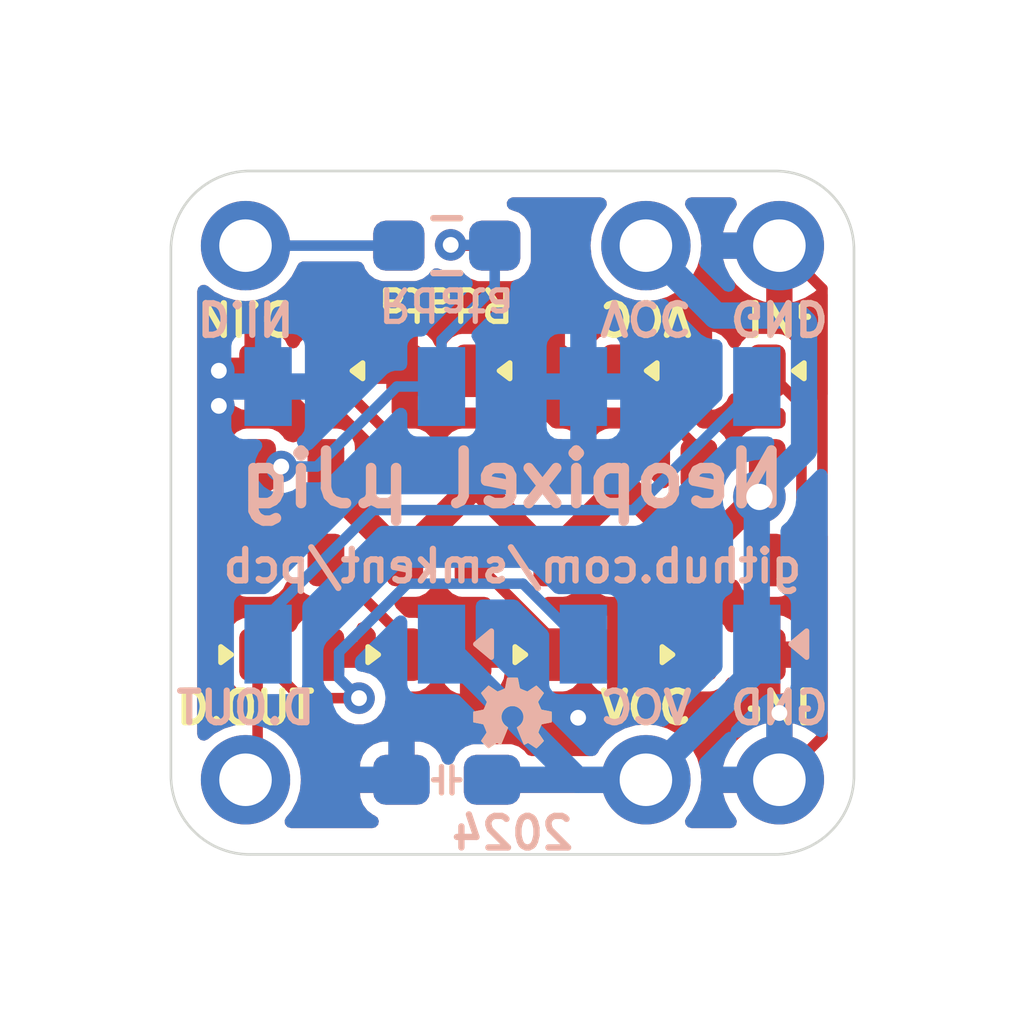
<source format=kicad_pcb>
(kicad_pcb (version 20240108) (generator "pcbnew") (generator_version "8.0")
  (layers (0 "F.Cu" signal) (31 "B.Cu" signal) (34 "B.Paste" user) (35 "F.Paste" user) (36 "B.SilkS" user "B.Silkscreen") (37 "F.SilkS" user "F.Silkscreen") (38 "B.Mask" user) (39 "F.Mask" user) (44 "Edge.Cuts" user))
  (net 0 "")
  (net 1 "VCC")
  (net 2 "GND")
  (net 3 "DATA_IN")
  (net 4 "Net-(LED1-DOUT)")
  (net 5 "Net-(LED2-DOUT)")
  (net 6 "DATA_2")
  (net 7 "Net-(LED5-DOUT)")
  (net 8 "DATA_OUT")
  (net 9 "Net-(LED3-DOUT)")
  (net 10 "Net-(LED6-DOUT)")
  (net 11 "Net-(LED7-DOUT)")
  (net 12 "Net-(D1-DOUT)")
  (net 13 "Net-(J3-Pin_1)")
  (footprint "lcsc:LED-SMD_4P-L2.0-W2.0-BR-1" (layer "F.Cu") (at 132.805 99.59 -90)
    (property "Reference" "LED6" (hide yes))
    (property "Value" "WS2812B-2020")
    (fp_poly (pts (xy 0.9 1.15) (xy 1.05 1.35) (xy 0.75 1.35)) (stroke (width 0.1)) (fill solid) (layer "F.SilkS"))
    (pad "1" smd roundrect (at 0.9 0.65 90) (size 1 0.7) (layers "F.Cu" "F.Paste" "F.Mask") (net 10 "Net-(LED6-DOUT)"))
    (pad "2" smd roundrect (at 0.9 -0.65 90) (size 1 0.7) (layers "F.Cu" "F.Paste" "F.Mask") (net 2 "GND"))
    (pad "3" smd roundrect (at -0.9 -0.65 90) (size 1 0.7) (layers "F.Cu" "F.Paste" "F.Mask") (net 7 "Net-(LED5-DOUT)"))
    (pad "4" smd roundrect (at -0.9 0.65 90) (size 1 0.7) (layers "F.Cu" "F.Paste" "F.Mask") (net 1 "VCC"))
  )
  (footprint "lcsc:LED-SMD_4P-L2.0-W2.0-BR-1" (layer "F.Cu") (at 135.605 95.99 90)
    (property "Reference" "LED4" (hide yes))
    (property "Value" "WS2812B-2020")
    (fp_poly (pts (xy 0.9 1.15) (xy 1.05 1.35) (xy 0.75 1.35)) (stroke (width 0.1)) (fill solid) (layer "F.SilkS"))
    (pad "1" smd roundrect (at 0.9 0.65 270) (size 1 0.7) (layers "F.Cu" "F.Paste" "F.Mask") (net 6 "DATA_2"))
    (pad "2" smd roundrect (at 0.9 -0.65 270) (size 1 0.7) (layers "F.Cu" "F.Paste" "F.Mask") (net 2 "GND"))
    (pad "3" smd roundrect (at -0.9 -0.65 270) (size 1 0.7) (layers "F.Cu" "F.Paste" "F.Mask") (net 9 "Net-(LED3-DOUT)"))
    (pad "4" smd roundrect (at -0.9 0.65 270) (size 1 0.7) (layers "F.Cu" "F.Paste" "F.Mask") (net 1 "VCC"))
  )
  (footprint "lcsc:LED-SMD_4P-L2.0-W2.0-BR-1" (layer "F.Cu") (at 130.005 95.99 90)
    (property "Reference" "LED2" (hide yes))
    (property "Value" "WS2812B-2020")
    (fp_poly (pts (xy 0.9 1.15) (xy 1.05 1.35) (xy 0.75 1.35)) (stroke (width 0.1)) (fill solid) (layer "F.SilkS"))
    (pad "1" smd roundrect (at 0.9 0.65 270) (size 1 0.7) (layers "F.Cu" "F.Paste" "F.Mask") (net 5 "Net-(LED2-DOUT)"))
    (pad "2" smd roundrect (at 0.9 -0.65 270) (size 1 0.7) (layers "F.Cu" "F.Paste" "F.Mask") (net 2 "GND"))
    (pad "3" smd roundrect (at -0.9 -0.65 270) (size 1 0.7) (layers "F.Cu" "F.Paste" "F.Mask") (net 4 "Net-(LED1-DOUT)"))
    (pad "4" smd roundrect (at -0.9 0.65 270) (size 1 0.7) (layers "F.Cu" "F.Paste" "F.Mask") (net 1 "VCC"))
  )
  (footprint "lcsc:LED-SMD_4P-L2.0-W2.0-BR-1" (layer "F.Cu") (at 130.005 99.59 -90)
    (property "Reference" "LED7" (hide yes))
    (property "Value" "WS2812B-2020")
    (fp_poly (pts (xy 0.9 1.15) (xy 1.05 1.35) (xy 0.75 1.35)) (stroke (width 0.1)) (fill solid) (layer "F.SilkS"))
    (pad "1" smd roundrect (at 0.9 0.65 90) (size 1 0.7) (layers "F.Cu" "F.Paste" "F.Mask") (net 11 "Net-(LED7-DOUT)"))
    (pad "2" smd roundrect (at 0.9 -0.65 90) (size 1 0.7) (layers "F.Cu" "F.Paste" "F.Mask") (net 2 "GND"))
    (pad "3" smd roundrect (at -0.9 -0.65 90) (size 1 0.7) (layers "F.Cu" "F.Paste" "F.Mask") (net 10 "Net-(LED6-DOUT)"))
    (pad "4" smd roundrect (at -0.9 0.65 90) (size 1 0.7) (layers "F.Cu" "F.Paste" "F.Mask") (net 1 "VCC"))
  )
  (footprint "Resistor_SMD:R_0603_1608Metric_Pad0.98x0.95mm_HandSolder" (layer "F.Cu") (at 130.155 92.71)
    (property "Reference" "R1" (hide yes))
    (property "Value" "100R")
    (fp_line (start -0.254724 -0.5225) (end 0.254724 -0.5225) (stroke (width 0.12)) (layer "F.SilkS"))
    (fp_line (start -0.254724 0.5225) (end 0.254724 0.5225) (stroke (width 0.12)) (layer "F.SilkS"))
    (pad "1" smd roundrect (at -0.9125 0) (size 0.975 0.95) (layers "F.Cu" "F.Paste" "F.Mask") (net 13 "Net-(J3-Pin_1)"))
    (pad "2" smd roundrect (at 0.9125 0) (size 0.975 0.95) (layers "F.Cu" "F.Paste" "F.Mask") (net 3 "DATA_IN"))
  )
  (footprint "lcsc:LED-SMD_4P-L2.0-W2.0-BR-1" (layer "F.Cu") (at 127.205 99.59 -90)
    (property "Reference" "LED8" (hide yes))
    (property "Value" "WS2812B-2020")
    (fp_poly (pts (xy 0.9 1.15) (xy 1.05 1.35) (xy 0.75 1.35)) (stroke (width 0.1)) (fill solid) (layer "F.SilkS"))
    (pad "1" smd roundrect (at 0.9 0.65 90) (size 1 0.7) (layers "F.Cu" "F.Paste" "F.Mask") (net 8 "DATA_OUT"))
    (pad "2" smd roundrect (at 0.9 -0.65 90) (size 1 0.7) (layers "F.Cu" "F.Paste" "F.Mask") (net 2 "GND"))
    (pad "3" smd roundrect (at -0.9 -0.65 90) (size 1 0.7) (layers "F.Cu" "F.Paste" "F.Mask") (net 11 "Net-(LED7-DOUT)"))
    (pad "4" smd roundrect (at -0.9 0.65 90) (size 1 0.7) (layers "F.Cu" "F.Paste" "F.Mask") (net 1 "VCC"))
  )
  (footprint "graphics:oshw-logo-1.5mm" (layer "F.Cu") (at 131.405 101.6)
    (property "Reference" "G***" (hide yes))
    (property "Value" "LOGO" (hide yes))
    (fp_poly (pts (xy 0.012727 -0.672745) (xy 0.031988 -0.67266) (xy 0.050169 -0.672495) (xy 0.066587 -0.672251) (xy 0.080561 -0.671927) (xy 0.091408 -0.671523) (xy 0.098446 -0.671039) (xy 0.100909 -0.670576) (xy 0.102402 -0.667389) (xy 0.104663 -0.659276) (xy 0.107675 -0.646308) (xy 0.111424 -0.628555) (xy 0.115895 -0.60609) (xy 0.121071 -0.578984) (xy 0.122654 -0.570522) (xy 0.127536 -0.544539) (xy 0.131659 -0.523137) (xy 0.135113 -0.505908) (xy 0.13799 -0.492446) (xy 0.140383 -0.482342) (xy 0.142381 -0.475192) (xy 0.144077 -0.470587) (xy 0.145562 -0.468121) (xy 0.145696 -0.467982) (xy 0.149238 -0.465814) (xy 0.156822 -0.462056) (xy 0.167796 -0.457002) (xy 0.181505 -0.450945) (xy 0.197297 -0.444179) (xy 0.214518 -0.436997) (xy 0.216283 -0.436271) (xy 0.236194 -0.42815) (xy 0.251983 -0.421849) (xy 0.264174 -0.417188) (xy 0.273292 -0.413987) (xy 0.279863 -0.412068) (xy 0.284411 -0.41125) (xy 0.287461 -0.411354) (xy 0.288377 -0.411613) (xy 0.291858 -0.413548) (xy 0.29899 -0.418028) (xy 0.309263 -0.424717) (xy 0.322171 -0.433279) (xy 0.337206 -0.443375) (xy 0.353861 -0.45467) (xy 0.371626 -0.466826) (xy 0.371955 -0.467053) (xy 0.389663 -0.479186) (xy 0.406199 -0.490443) (xy 0.421066 -0.500493) (xy 0.43377 -0.509002) (xy 0.443815 -0.515639) (xy 0.450706 -0.520073) (xy 0.453946 -0.521971) (xy 0.453983 -0.521986) (xy 0.455813 -0.52187) (xy 0.458798 -0.520292) (xy 0.463253 -0.516965) (xy 0.469491 -0.511606) (xy 0.477824 -0.503929) (xy 0.488566 -0.493649) (xy 0.50203 -0.48048) (xy 0.518529 -0.464138) (xy 0.529628 -0.453077) (xy 0.547414 -0.435309) (xy 0.561926 -0.420748) (xy 0.573479 -0.409038) (xy 0.582388 -0.39982) (xy 0.588967 -0.392736) (xy 0.593531 -0.387427) (xy 0.596394 -0.383536) (xy 0.597872 -0.380704) (xy 0.598279 -0.378574) (xy 0.59793 -0.376787) (xy 0.597524 -0.375808) (xy 0.595446 -0.372279) (xy 0.590833 -0.365095) (xy 0.584027 -0.354764) (xy 0.575366 -0.341796) (xy 0.565191 -0.326699) (xy 0.55384 -0.309982) (xy 0.541655 -0.292154) (xy 0.541255 -0.29157) (xy 0.527178 -0.270981) (xy 0.515766 -0.254126) (xy 0.506773 -0.240603) (xy 0.499952 -0.230009) (xy 0.495054 -0.221942) (xy 0.491832 -0.215999) (xy 0.49004 -0.211779) (xy 0.489429 -0.208878) (xy 0.489555 -0.207483) (xy 0.490888 -0.203755) (xy 0.493911 -0.196137) (xy 0.498304 -0.185385) (xy 0.503747 -0.172254) (xy 0.509923 -0.157499) (xy 0.516512 -0.141873) (xy 0.523195 -0.126133) (xy 0.529654 -0.111033) (xy 0.53557 -0.097327) (xy 0.540623 -0.085771) (xy 0.544495 -0.077119) (xy 0.54597 -0.073947) (xy 0.551604 -0.0666) (xy 0.558905 -0.06307) (xy 0.563474 -0.061999) (xy 0.572374 -0.060141) (xy 0.584962 -0.057622) (xy 0.600592 -0.054569) (xy 0.61862 -0.051106) (xy 0.638402 -0.047361) (xy 0.654711 -0.044311) (xy 0.675133 -0.040448) (xy 0.694051 -0.036744) (xy 0.71087 -0.033326) (xy 0.724992 -0.030321) (xy 0.735823 -0.027855) (xy 0.742765 -0.026054) (xy 0.745145 -0.025155) (xy 0.746093 -0.021901) (xy 0.746916 -0.014265) (xy 0.747611 -0.002922) (xy 0.748179 0.011453) (xy 0.748616 0.028184) (xy 0.748922 0.046597) (xy 0.749096 0.066016) (xy 0.749136 0.085767) (xy 0.74904 0.105174) (xy 0.748808 0.123562) (xy 0.748437 0.140257) (xy 0.747927 0.154584) (xy 0.747276 0.165866) (xy 0.746483 0.17343) (xy 0.745563 0.176586) (xy 0.74241 0.177649) (xy 0.734861 0.179495) (xy 0.723496 0.182002) (xy 0.708899 0.185048) (xy 0.691651 0.188512) (xy 0.672332 0.192272) (xy 0.652599 0.196007) (xy 0.631739 0.19997) (xy 0.612297 0.203793) (xy 0.594876 0.207347) (xy 0.580074 0.210506) (xy 0.568492 0.213141) (xy 0.560731 0.215125) (xy 0.557467 0.216273) (xy 0.555071 0.219546) (xy 0.55123 0.226834) (xy 0.546229 0.237437) (xy 0.54035 0.250653) (xy 0.533875 0.265779) (xy 0.527088 0.282116) (xy 0.520271 0.29896) (xy 0.513707 0.31561) (xy 0.507679 0.331366) (xy 0.502469 0.345524) (xy 0.498361 0.357384) (xy 0.495636 0.366245) (xy 0.494578 0.371403) (xy 0.494639 0.372162) (xy 0.496395 0.375329) (xy 0.500691 0.382148) (xy 0.507191 0.392108) (xy 0.515556 0.404701) (xy 0.525449 0.419418) (xy 0.536531 0.435748) (xy 0.546945 0.450972) (xy 0.558777 0.468282) (xy 0.569702 0.484412) (xy 0.579383 0.498853) (xy 0.587486 0.5111) (xy 0.593675 0.520647) (xy 0.597614 0.526986) (xy 0.598954 0.529507) (xy 0.598305 0.531757) (xy 0.595463 0.535922) (xy 0.590202 0.542248) (xy 0.582298 0.550978) (xy 0.571526 0.562358) (xy 0.557661 0.576632) (xy 0.540479 0.594047) (xy 0.530932 0.603648) (xy 0.51299 0.621611) (xy 0.498235 0.636261) (xy 0.486323 0.64791) (xy 0.476911 0.656871) (xy 0.469655 0.663455) (xy 0.464211 0.667974) (xy 0.460236 0.67074) (xy 0.457387 0.672064) (xy 0.455333 0.67226) (xy 0.451812 0.670645) (xy 0.444669 0.666474) (xy 0.434428 0.660084) (xy 0.421618 0.651814) (xy 0.406762 0.642002) (xy 0.390388 0.630989) (xy 0.376517 0.621518) (xy 0.354153 0.60628) (xy 0.335316 0.593725) (xy 0.320114 0.583923) (xy 0.308656 0.576941) (xy 0.301051 0.57285) (xy 0.29764 0.571696) (xy 0.293219 0.572863) (xy 0.28535 0.576075) (xy 0.274995 0.580897) (xy 0.263116 0.586893) (xy 0.257748 0.58974) (xy 0.243218 0.597361) (xy 0.232567 0.602454) (xy 0.225394 0.605188) (xy 0.221301 0.605733) (xy 0.220556 0.60546) (xy 0.218878 0.602708) (xy 0.215515 0.595733) (xy 0.210657 0.584999) (xy 0.204496 0.570969) (xy 0.197222 0.554106) (xy 0.189028 0.534873) (xy 0.180103 0.513734) (xy 0.17064 0.491152) (xy 0.160829 0.46759) (xy 0.150861 0.443512) (xy 0.140928 0.41938) (xy 0.131221 0.395658) (xy 0.121931 0.37281) (xy 0.113249 0.351299) (xy 0.105366 0.331587) (xy 0.098473 0.314138) (xy 0.092762 0.299415) (xy 0.088423 0.287883) (xy 0.085648 0.280003) (xy 0.084628 0.276239) (xy 0.084642 0.276044) (xy 0.087623 0.271995) (xy 0.093181 0.26761) (xy 0.094225 0.266975) (xy 0.104901 0.260032) (xy 0.117593 0.250686) (xy 0.130784 0.240152) (xy 0.142954 0.229646) (xy 0.152586 0.220385) (xy 0.153162 0.219776) (xy 0.172204 0.196275) (xy 0.188057 0.170117) (xy 0.199972 0.142629) (xy 0.203822 0.130276) (xy 0.206435 0.117193) (xy 0.208294 0.100836) (xy 0.209326 0.082944) (xy 0.209458 0.065255) (xy 0.208615 0.04951) (xy 0.207573 0.041497) (xy 0.199598 0.010037) (xy 0.187125 -0.019353) (xy 0.170418 -0.046308) (xy 0.149742 -0.070465) (xy 0.125361 -0.091462) (xy 0.098464 -0.108442) (xy 0.070046 -0.120847) (xy 0.040034 -0.128747) (xy 0.009137 -0.13214) (xy -0.021939 -0.131027) (xy -0.052487 -0.125407) (xy -0.081799 -0.115282) (xy -0.095935 -0.108442) (xy -0.123653 -0.090853) (xy -0.147922 -0.069751) (xy -0.168477 -0.0455) (xy -0.185055 -0.018463) (xy -0.19739 0.010997) (xy -0.205044 0.041497) (xy -0.206527 0.055169) (xy -0.20699 0.071859) (xy -0.206507 0.08983) (xy -0.205151 0.107343) (xy -0.202996 0.122657) (xy -0.201294 0.130276) (xy -0.19138 0.157929) (xy -0.177192 0.184845) (xy -0.159481 0.209696) (xy -0.150634 0.219776) (xy -0.141253 0.228895) (xy -0.129221 0.239349) (xy -0.116054 0.249923) (xy -0.103272 0.259401) (xy -0.092392 0.266565) (xy -0.091696 0.266975) (xy -0.0859 0.271233) (xy -0.082349 0.275469) (xy -0.082113 0.276044) (xy -0.082822 0.279077) (xy -0.085318 0.286303) (xy -0.089409 0.297259) (xy -0.094905 0.311482) (xy -0.101614 0.328509) (xy -0.109346 0.347876) (xy -0.117908 0.36912) (xy -0.12711 0.391777) (xy -0.136761 0.415385) (xy -0.146669 0.439481) (xy -0.156644 0.4636) (xy -0.166495 0.48728) (xy -0.176029 0.510058) (xy -0.185057 0.531469) (xy -0.193387 0.551052) (xy -0.200827 0.568342) (xy -0.207187 0.582877) (xy -0.212275 0.594193) (xy -0.215901 0.601826) (xy -0.217873 0.605315) (xy -0.218028 0.60546) (xy -0.221193 0.605602) (xy -0.227304 0.60361) (xy -0.236762 0.599314) (xy -0.249967 0.592547) (xy -0.25522 0.58974) (xy -0.267459 0.583371) (xy -0.278592 0.577988) (xy -0.287654 0.574027) (xy -0.293684 0.571922) (xy -0.295111 0.571696) (xy -0.299244 0.573194) (xy -0.307327 0.577644) (xy -0.31925 0.584975) (xy -0.334905 0.595119) (xy -0.35418 0.608006) (xy -0.373988 0.621518) (xy -0.3912 0.633251) (xy -0.407315 0.644053) (xy -0.421807 0.653586) (xy -0.43415 0.66151) (xy -0.443818 0.667487) (xy -0.450286 0.671179) (xy -0.452804 0.67226) (xy -0.454875 0.672059) (xy -0.457731 0.670726) (xy -0.461715 0.667949) (xy -0.46717 0.663416) (xy -0.474441 0.656816) (xy -0.48387 0.647838) (xy -0.4958 0.636168) (xy -0.510577 0.621495) (xy -0.528403 0.603648) (xy -0.547267 0.584631) (xy -0.562705 0.568871) (xy -0.574942 0.556125) (xy -0.584202 0.546146) (xy -0.590711 0.538691) (xy -0.594692 0.533514) (xy -0.596372 0.53037) (xy -0.596425 0.529507) (xy -0.59474 0.526406) (xy -0.590511 0.519652) (xy -0.584072 0.509752) (xy -0.575761 0.497213) (xy -0.565911 0.48254) (xy -0.554859 0.466241) (xy -0.544416 0.450972) (xy -0.53257 0.433646) (xy -0.521618 0.417489) (xy -0.511897 0.403009) (xy -0.503745 0.390716) (xy -0.497501 0.381118) (xy -0.493502 0.374726) (xy -0.49211 0.372162) (xy -0.49257 0.368346) (xy -0.494788 0.360604) (xy -0.498481 0.349634) (xy -0.503367 0.33614) (xy -0.509162 0.320824) (xy -0.515584 0.304385) (xy -0.52235 0.287527) (xy -0.529178 0.27095) (xy -0.535784 0.255357) (xy -0.541887 0.241448) (xy -0.547202 0.229926) (xy -0.551447 0.221491) (xy -0.554341 0.216847) (xy -0.554939 0.216273) (xy -0.558608 0.21501) (xy -0.566655 0.212977) (xy -0.578481 0.210301) (xy -0.593485 0.207111) (xy -0.611068 0.203533) (xy -0.630627 0.199696) (xy -0.650071 0.196007) (xy -0.670816 0.192078) (xy -0.690044 0.188329) (xy -0.707173 0.184884) (xy -0.721622 0.181862) (xy -0.732808 0.179385) (xy -0.74015 0.177576) (xy -0.743035 0.176586) (xy -0.743969 0.173334) (xy -0.74476 0.1657) (xy -0.745409 0.154359) (xy -0.745916 0.139986) (xy -0.746284 0.123256) (xy -0.746514 0.104844) (xy -0.746608 0.085425) (xy -0.746566 0.065674) (xy -0.74639 0.046267) (xy -0.746081 0.027877) (xy -0.745641 0.011181) (xy -0.745072 -0.003146) (xy -0.744374 -0.014431) (xy -0.743549 -0.021997) (xy -0.742617 -0.025155) (xy -0.739351 -0.026309) (xy -0.731702 -0.028233) (xy -0.720266 -0.0308) (xy -0.70564 -0.033885) (xy -0.68842 -0.03736) (xy -0.669203 -0.0411) (xy -0.652182 -0.044311) (xy -0.631477 -0.048189) (xy -0.61202 -0.051884) (xy -0.594456 -0.055268) (xy -0.579429 -0.058217) (xy -0.567585 -0.060604) (xy -0.559567 -0.062302) (xy -0.556376 -0.06307) (xy -0.548079 -0.067438) (xy -0.543441 -0.073947) (xy -0.540331 -0.080738) (xy -0.535869 -0.090836) (xy -0.530374 -0.103488) (xy -0.524166 -0.117937) (xy -0.517562 -0.13343) (xy -0.510883 -0.149211) (xy -0.504447 -0.164526) (xy -0.498572 -0.178619) (xy -0.493579 -0.190736) (xy -0.489784 -0.200123) (xy -0.487508 -0.206023) (xy -0.487025 -0.207485) (xy -0.486982 -0.209768) (xy -0.487969 -0.213102) (xy -0.490237 -0.217901) (xy -0.494039 -0.224575) (xy -0.499627 -0.233538) (xy -0.507254 -0.2452) (xy -0.517172 -0.259974) (xy -0.529633 -0.278273) (xy -0.536595 -0.288434) (xy -0.551441 -0.310074) (xy -0.563667 -0.327933) (xy -0.573511 -0.342399) (xy -0.581213 -0.353866) (xy -0.587012 -0.362724) (xy -0.591146 -0.369364) (xy -0.593854 -0.374177) (xy -0.595376 -0.377555) (xy -0.595951 -0.379889) (xy -0.595816 -0.38157) (xy -0.595212 -0.382989) (xy -0.594805 -0.383728) (xy -0.592491 -0.386497) (xy -0.586991 -0.392401) (xy -0.578716 -0.40102) (xy -0.568077 -0.411933) (xy -0.555485 -0.424719) (xy -0.541351 -0.438955) (xy -0.526086 -0.454221) (xy -0.524246 -0.456054) (xy -0.506285 -0.473884) (xy -0.491533 -0.488389) (xy -0.479663 -0.499864) (xy -0.47035 -0.508602) (xy -0.463267 -0.514898) (xy -0.458089 -0.519047) (xy -0.454491 -0.521344) (xy -0.452145 -0.522083) (xy -0.451343 -0.521962) (xy -0.448204 -0.520143) (xy -0.441403 -0.515775) (xy -0.431436 -0.509192) (xy -0.418799 -0.500726) (xy -0.40399 -0.49071) (xy -0.387505 -0.479477) (xy -0.36984 -0.467358) (xy -0.369403 -0.467057) (xy -0.351643 -0.454886) (xy -0.33498 -0.443569) (xy -0.319925 -0.433445) (xy -0.306984 -0.424851) (xy -0.296668 -0.418126) (xy -0.289484 -0.413607) (xy -0.285942 -0.411632) (xy -0.285925 -0.411626) (xy -0.283344 -0.41118) (xy -0.279546 -0.411558) (xy -0.274002 -0.412942) (xy -0.266181 -0.415512) (xy -0.255554 -0.419449) (xy -0.241591 -0.424934) (xy -0.223761 -0.432147) (xy -0.213754 -0.436244) (xy -0.196422 -0.443454) (xy -0.180451 -0.450282) (xy -0.166495 -0.456434) (xy -0.155208 -0.461616) (xy -0.147245 -0.465533) (xy -0.14326 -0.46789) (xy -0.143107 -0.468027) (xy -0.141636 -0.470277) (xy -0.139983 -0.47453) (xy -0.138057 -0.481202) (xy -0.135763 -0.490707) (xy -0.133009 -0.503461) (xy -0.129701 -0.519879) (xy -0.125746 -0.540376) (xy -0.121051 -0.565368) (xy -0.120084 -0.57057) (xy -0.114674 -0.599271) (xy -0.10999 -0.623194) (xy -0.10604 -0.642296) (xy -0.102834 -0.656534) (xy -0.10038 -0.665868) (xy -0.098688 -0.670254) (xy -0.098399 -0.670564) (xy -0.095052 -0.671115) (xy -0.087327 -0.671586) (xy -0.075909 -0.671978) (xy -0.061478 -0.67229) (xy -0.044717 -0.672523) (xy -0.026307 -0.672677) (xy -0.006932 -0.672751)) (fill solid) (layer "F.SilkS"))
  )
  (footprint "custom:C_0603_1608Metric_Pad1.08x0.95mm_HandSolder" (layer "F.Cu") (at 130.155 102.87 180)
    (property "Reference" "C2" (hide yes))
    (property "Value" "10u")
    (fp_line (start 0.1 0.25) (end 0.1 -0.25) (stroke (width 0.1)) (layer "F.SilkS"))
    (fp_line (start 0.1 0) (end 0.25 0) (stroke (width 0.1)) (layer "F.SilkS"))
    (fp_line (start -0.1 0) (end -0.25 0) (stroke (width 0.1)) (layer "F.SilkS"))
    (fp_line (start -0.1 -0.25) (end -0.1 0.25) (stroke (width 0.1)) (layer "F.SilkS"))
    (pad "1" smd roundrect (at -0.8625 0 180) (size 1.075 0.95) (layers "F.Cu" "F.Paste" "F.Mask") (net 1 "VCC"))
    (pad "2" smd roundrect (at 0.8625 0 180) (size 1.075 0.95) (layers "F.Cu" "F.Paste" "F.Mask") (net 2 "GND"))
  )
  (footprint "lcsc:LED-SMD_4P-L2.0-W2.0-BR-1" (layer "F.Cu") (at 132.805 95.99 90)
    (property "Reference" "LED3" (hide yes))
    (property "Value" "WS2812B-2020")
    (fp_poly (pts (xy 0.9 1.15) (xy 1.05 1.35) (xy 0.75 1.35)) (stroke (width 0.1)) (fill solid) (layer "F.SilkS"))
    (pad "1" smd roundrect (at 0.9 0.65 270) (size 1 0.7) (layers "F.Cu" "F.Paste" "F.Mask") (net 9 "Net-(LED3-DOUT)"))
    (pad "2" smd roundrect (at 0.9 -0.65 270) (size 1 0.7) (layers "F.Cu" "F.Paste" "F.Mask") (net 2 "GND"))
    (pad "3" smd roundrect (at -0.9 -0.65 270) (size 1 0.7) (layers "F.Cu" "F.Paste" "F.Mask") (net 5 "Net-(LED2-DOUT)"))
    (pad "4" smd roundrect (at -0.9 0.65 270) (size 1 0.7) (layers "F.Cu" "F.Paste" "F.Mask") (net 1 "VCC"))
  )
  (footprint "lcsc:LED-SMD_4P-L2.0-W2.0-BR-1" (layer "F.Cu") (at 127.205 95.99 90)
    (property "Reference" "LED1" (hide yes))
    (property "Value" "WS2812B-2020")
    (fp_poly (pts (xy 0.9 1.15) (xy 1.05 1.35) (xy 0.75 1.35)) (stroke (width 0.1)) (fill solid) (layer "F.SilkS"))
    (pad "1" smd roundrect (at 0.9 0.65 270) (size 1 0.7) (layers "F.Cu" "F.Paste" "F.Mask") (net 4 "Net-(LED1-DOUT)"))
    (pad "2" smd roundrect (at 0.9 -0.65 270) (size 1 0.7) (layers "F.Cu" "F.Paste" "F.Mask") (net 2 "GND"))
    (pad "3" smd roundrect (at -0.9 -0.65 270) (size 1 0.7) (layers "F.Cu" "F.Paste" "F.Mask") (net 3 "DATA_IN"))
    (pad "4" smd roundrect (at -0.9 0.65 270) (size 1 0.7) (layers "F.Cu" "F.Paste" "F.Mask") (net 1 "VCC"))
  )
  (footprint "lcsc:LED-SMD_4P-L2.0-W2.0-BR-1" (layer "F.Cu") (at 135.605 99.59 -90)
    (property "Reference" "LED5" (hide yes))
    (property "Value" "WS2812B-2020")
    (fp_poly (pts (xy 0.9 1.15) (xy 1.05 1.35) (xy 0.75 1.35)) (stroke (width 0.1)) (fill solid) (layer "F.SilkS"))
    (pad "1" smd roundrect (at 0.9 0.65 90) (size 1 0.7) (layers "F.Cu" "F.Paste" "F.Mask") (net 7 "Net-(LED5-DOUT)"))
    (pad "2" smd roundrect (at 0.9 -0.65 90) (size 1 0.7) (layers "F.Cu" "F.Paste" "F.Mask") (net 2 "GND"))
    (pad "3" smd roundrect (at -0.9 -0.65 90) (size 1 0.7) (layers "F.Cu" "F.Paste" "F.Mask") (net 6 "DATA_2"))
    (pad "4" smd roundrect (at -0.9 0.65 90) (size 1 0.7) (layers "F.Cu" "F.Paste" "F.Mask") (net 1 "VCC"))
  )
  (footprint "custom:PinHeader_1x01_P2.54mm_simple" (layer "B.Cu") (at 126.325 102.87 180)
    (property "Reference" "J4" (hide yes))
    (property "Value" "Conn_01x01")
    (pad "1" thru_hole oval (at 0 0 180) (size 1.7 1.7) (drill 1) (layers "*.Cu" "*.Mask") (net 8 "DATA_OUT"))
  )
  (footprint "custom:PinHeader_1x02_P2.54mm_Vertical_simple" (layer "B.Cu") (at 133.945 92.71 -90)
    (property "Reference" "J1" (hide yes))
    (property "Value" "Conn_01x02")
    (pad "1" thru_hole oval (at 0 0 270) (size 1.7 1.7) (drill 1) (layers "*.Cu" "*.Mask") (net 1 "VCC"))
    (pad "2" thru_hole oval (at 0 -2.54 270) (size 1.7 1.7) (drill 1) (layers "*.Cu" "*.Mask") (net 2 "GND"))
  )
  (footprint "Resistor_SMD:R_0603_1608Metric_Pad0.98x0.95mm_HandSolder" (layer "B.Cu") (at 130.155 92.71)
    (property "Reference" "R2" (hide yes))
    (property "Value" "100R")
    (fp_line (start 0.254724 -0.5225) (end -0.254724 -0.5225) (stroke (width 0.12)) (layer "B.SilkS"))
    (fp_line (start 0.254724 0.5225) (end -0.254724 0.5225) (stroke (width 0.12)) (layer "B.SilkS"))
    (pad "1" smd roundrect (at -0.9125 0) (size 0.975 0.95) (layers "B.Cu" "B.Paste" "B.Mask") (net 13 "Net-(J3-Pin_1)"))
    (pad "2" smd roundrect (at 0.9125 0) (size 0.975 0.95) (layers "B.Cu" "B.Paste" "B.Mask") (net 3 "DATA_IN"))
  )
  (footprint "custom:C_0603_1608Metric_Pad1.08x0.95mm_HandSolder" (layer "B.Cu") (at 130.155 102.87 180)
    (property "Reference" "C1" (hide yes))
    (property "Value" "10u")
    (fp_line (start 0.25 0) (end 0.1 0) (stroke (width 0.1)) (layer "B.SilkS"))
    (fp_line (start 0.1 0.25) (end 0.1 -0.25) (stroke (width 0.1)) (layer "B.SilkS"))
    (fp_line (start -0.1 -0.25) (end -0.1 0.25) (stroke (width 0.1)) (layer "B.SilkS"))
    (fp_line (start -0.25 0) (end -0.1 0) (stroke (width 0.1)) (layer "B.SilkS"))
    (pad "1" smd roundrect (at -0.8625 0 180) (size 1.075 0.95) (layers "B.Cu" "B.Paste" "B.Mask") (net 1 "VCC"))
    (pad "2" smd roundrect (at 0.8625 0 180) (size 1.075 0.95) (layers "B.Cu" "B.Paste" "B.Mask") (net 2 "GND"))
  )
  (footprint "custom:LED_WS2812B_PLCC4_5.0x5.0mm_P3.2mm_simple_small_courtyard" (layer "B.Cu") (at 134.405 97.84 90)
    (property "Reference" "D2" (hide yes))
    (property "Value" "WS2812B")
    (fp_poly (pts (xy -2.45 2.3) (xy -2.7 2.6) (xy -2.2 2.6)) (stroke (width 0.1)) (fill solid) (layer "B.SilkS"))
    (pad "1" smd rect (at -2.45 1.65 90) (size 1.5 0.9) (layers "B.Cu" "B.Paste" "B.Mask") (net 1 "VCC"))
    (pad "2" smd rect (at -2.45 -1.65 90) (size 1.5 0.9) (layers "B.Cu" "B.Paste" "B.Mask") (net 8 "DATA_OUT"))
    (pad "3" smd rect (at 2.45 -1.65 90) (size 1.5 0.9) (layers "B.Cu" "B.Paste" "B.Mask") (net 2 "GND"))
    (pad "4" smd rect (at 2.45 1.65 90) (size 1.5 0.9) (layers "B.Cu" "B.Paste" "B.Mask") (net 12 "Net-(D1-DOUT)"))
  )
  (footprint "custom:LED_WS2812B_PLCC4_5.0x5.0mm_P3.2mm_simple_small_courtyard" (layer "B.Cu") (at 128.405 97.84 90)
    (property "Reference" "D1" (hide yes))
    (property "Value" "WS2812B")
    (fp_poly (pts (xy -2.45 2.3) (xy -2.7 2.6) (xy -2.2 2.6)) (stroke (width 0.1)) (fill solid) (layer "B.SilkS"))
    (pad "1" smd rect (at -2.45 1.65 90) (size 1.5 0.9) (layers "B.Cu" "B.Paste" "B.Mask") (net 1 "VCC"))
    (pad "2" smd rect (at -2.45 -1.65 90) (size 1.5 0.9) (layers "B.Cu" "B.Paste" "B.Mask") (net 12 "Net-(D1-DOUT)"))
    (pad "3" smd rect (at 2.45 -1.65 90) (size 1.5 0.9) (layers "B.Cu" "B.Paste" "B.Mask") (net 2 "GND"))
    (pad "4" smd rect (at 2.45 1.65 90) (size 1.5 0.9) (layers "B.Cu" "B.Paste" "B.Mask") (net 3 "DATA_IN"))
  )
  (footprint "graphics:oshw-logo-1.5mm" (layer "B.Cu") (at 131.405 101.6 180)
    (property "Reference" "G***" (hide yes))
    (property "Value" "LOGO" (hide yes))
    (fp_poly (pts (xy 0.012727 0.672745) (xy 0.031988 0.67266) (xy 0.050169 0.672495) (xy 0.066587 0.672251) (xy 0.080561 0.671927) (xy 0.091408 0.671523) (xy 0.098446 0.671039) (xy 0.100909 0.670576) (xy 0.102402 0.667389) (xy 0.104663 0.659276) (xy 0.107675 0.646308) (xy 0.111424 0.628555) (xy 0.115895 0.60609) (xy 0.121071 0.578984) (xy 0.122654 0.570522) (xy 0.127536 0.544539) (xy 0.131659 0.523137) (xy 0.135113 0.505908) (xy 0.13799 0.492446) (xy 0.140383 0.482342) (xy 0.142381 0.475192) (xy 0.144077 0.470587) (xy 0.145562 0.468121) (xy 0.145696 0.467982) (xy 0.149238 0.465814) (xy 0.156822 0.462056) (xy 0.167796 0.457002) (xy 0.181505 0.450945) (xy 0.197297 0.444179) (xy 0.214518 0.436997) (xy 0.216283 0.436271) (xy 0.236194 0.42815) (xy 0.251983 0.421849) (xy 0.264174 0.417188) (xy 0.273292 0.413987) (xy 0.279863 0.412068) (xy 0.284411 0.41125) (xy 0.287461 0.411354) (xy 0.288377 0.411613) (xy 0.291858 0.413548) (xy 0.29899 0.418028) (xy 0.309263 0.424717) (xy 0.322171 0.433279) (xy 0.337206 0.443375) (xy 0.353861 0.45467) (xy 0.371626 0.466826) (xy 0.371955 0.467053) (xy 0.389663 0.479186) (xy 0.406199 0.490443) (xy 0.421066 0.500493) (xy 0.43377 0.509002) (xy 0.443815 0.515639) (xy 0.450706 0.520073) (xy 0.453946 0.521971) (xy 0.453983 0.521986) (xy 0.455813 0.52187) (xy 0.458798 0.520292) (xy 0.463253 0.516965) (xy 0.469491 0.511606) (xy 0.477824 0.503929) (xy 0.488566 0.493649) (xy 0.50203 0.48048) (xy 0.518529 0.464138) (xy 0.529628 0.453077) (xy 0.547414 0.435309) (xy 0.561926 0.420748) (xy 0.573479 0.409038) (xy 0.582388 0.39982) (xy 0.588967 0.392736) (xy 0.593531 0.387427) (xy 0.596394 0.383536) (xy 0.597872 0.380704) (xy 0.598279 0.378574) (xy 0.59793 0.376787) (xy 0.597524 0.375808) (xy 0.595446 0.372279) (xy 0.590833 0.365095) (xy 0.584027 0.354764) (xy 0.575366 0.341796) (xy 0.565191 0.326699) (xy 0.55384 0.309982) (xy 0.541655 0.292154) (xy 0.541255 0.29157) (xy 0.527178 0.270981) (xy 0.515766 0.254126) (xy 0.506773 0.240603) (xy 0.499952 0.230009) (xy 0.495054 0.221942) (xy 0.491832 0.215999) (xy 0.49004 0.211779) (xy 0.489429 0.208878) (xy 0.489555 0.207483) (xy 0.490888 0.203755) (xy 0.493911 0.196137) (xy 0.498304 0.185385) (xy 0.503747 0.172254) (xy 0.509923 0.157499) (xy 0.516512 0.141873) (xy 0.523195 0.126133) (xy 0.529654 0.111033) (xy 0.53557 0.097327) (xy 0.540623 0.085771) (xy 0.544495 0.077119) (xy 0.54597 0.073947) (xy 0.551604 0.0666) (xy 0.558905 0.06307) (xy 0.563474 0.061999) (xy 0.572374 0.060141) (xy 0.584962 0.057622) (xy 0.600592 0.054569) (xy 0.61862 0.051106) (xy 0.638402 0.047361) (xy 0.654711 0.044311) (xy 0.675133 0.040448) (xy 0.694051 0.036744) (xy 0.71087 0.033326) (xy 0.724992 0.030321) (xy 0.735823 0.027855) (xy 0.742765 0.026054) (xy 0.745145 0.025155) (xy 0.746093 0.021901) (xy 0.746916 0.014265) (xy 0.747611 0.002922) (xy 0.748179 -0.011453) (xy 0.748616 -0.028184) (xy 0.748922 -0.046597) (xy 0.749096 -0.066016) (xy 0.749136 -0.085767) (xy 0.74904 -0.105174) (xy 0.748808 -0.123562) (xy 0.748437 -0.140257) (xy 0.747927 -0.154584) (xy 0.747276 -0.165866) (xy 0.746483 -0.17343) (xy 0.745563 -0.176586) (xy 0.74241 -0.177649) (xy 0.734861 -0.179495) (xy 0.723496 -0.182002) (xy 0.708899 -0.185048) (xy 0.691651 -0.188512) (xy 0.672332 -0.192272) (xy 0.652599 -0.196007) (xy 0.631739 -0.19997) (xy 0.612297 -0.203793) (xy 0.594876 -0.207347) (xy 0.580074 -0.210506) (xy 0.568492 -0.213141) (xy 0.560731 -0.215125) (xy 0.557467 -0.216273) (xy 0.555071 -0.219546) (xy 0.55123 -0.226834) (xy 0.546229 -0.237437) (xy 0.54035 -0.250653) (xy 0.533875 -0.265779) (xy 0.527088 -0.282116) (xy 0.520271 -0.29896) (xy 0.513707 -0.31561) (xy 0.507679 -0.331366) (xy 0.502469 -0.345524) (xy 0.498361 -0.357384) (xy 0.495636 -0.366245) (xy 0.494578 -0.371403) (xy 0.494639 -0.372162) (xy 0.496395 -0.375329) (xy 0.500691 -0.382148) (xy 0.507191 -0.392108) (xy 0.515556 -0.404701) (xy 0.525449 -0.419418) (xy 0.536531 -0.435748) (xy 0.546945 -0.450972) (xy 0.558777 -0.468282) (xy 0.569702 -0.484412) (xy 0.579383 -0.498853) (xy 0.587486 -0.5111) (xy 0.593675 -0.520647) (xy 0.597614 -0.526986) (xy 0.598954 -0.529507) (xy 0.598305 -0.531757) (xy 0.595463 -0.535922) (xy 0.590202 -0.542248) (xy 0.582298 -0.550978) (xy 0.571526 -0.562358) (xy 0.557661 -0.576632) (xy 0.540479 -0.594047) (xy 0.530932 -0.603648) (xy 0.51299 -0.621611) (xy 0.498235 -0.636261) (xy 0.486323 -0.64791) (xy 0.476911 -0.656871) (xy 0.469655 -0.663455) (xy 0.464211 -0.667974) (xy 0.460236 -0.67074) (xy 0.457387 -0.672064) (xy 0.455333 -0.67226) (xy 0.451812 -0.670645) (xy 0.444669 -0.666474) (xy 0.434428 -0.660084) (xy 0.421618 -0.651814) (xy 0.406762 -0.642002) (xy 0.390388 -0.630989) (xy 0.376517 -0.621518) (xy 0.354153 -0.60628) (xy 0.335316 -0.593725) (xy 0.320114 -0.583923) (xy 0.308656 -0.576941) (xy 0.301051 -0.57285) (xy 0.29764 -0.571696) (xy 0.293219 -0.572863) (xy 0.28535 -0.576075) (xy 0.274995 -0.580897) (xy 0.263116 -0.586893) (xy 0.257748 -0.58974) (xy 0.243218 -0.597361) (xy 0.232567 -0.602454) (xy 0.225394 -0.605188) (xy 0.221301 -0.605733) (xy 0.220556 -0.60546) (xy 0.218878 -0.602708) (xy 0.215515 -0.595733) (xy 0.210657 -0.584999) (xy 0.204496 -0.570969) (xy 0.197222 -0.554106) (xy 0.189028 -0.534873) (xy 0.180103 -0.513734) (xy 0.17064 -0.491152) (xy 0.160829 -0.46759) (xy 0.150861 -0.443512) (xy 0.140928 -0.41938) (xy 0.131221 -0.395658) (xy 0.121931 -0.37281) (xy 0.113249 -0.351299) (xy 0.105366 -0.331587) (xy 0.098473 -0.314138) (xy 0.092762 -0.299415) (xy 0.088423 -0.287883) (xy 0.085648 -0.280003) (xy 0.084628 -0.276239) (xy 0.084642 -0.276044) (xy 0.087623 -0.271995) (xy 0.093181 -0.26761) (xy 0.094225 -0.266975) (xy 0.104901 -0.260032) (xy 0.117593 -0.250686) (xy 0.130784 -0.240152) (xy 0.142954 -0.229646) (xy 0.152586 -0.220385) (xy 0.153162 -0.219776) (xy 0.172204 -0.196275) (xy 0.188057 -0.170117) (xy 0.199972 -0.142629) (xy 0.203822 -0.130276) (xy 0.206435 -0.117193) (xy 0.208294 -0.100836) (xy 0.209326 -0.082944) (xy 0.209458 -0.065255) (xy 0.208615 -0.04951) (xy 0.207573 -0.041497) (xy 0.199598 -0.010037) (xy 0.187125 0.019353) (xy 0.170418 0.046308) (xy 0.149742 0.070465) (xy 0.125361 0.091462) (xy 0.098464 0.108442) (xy 0.070046 0.120847) (xy 0.040034 0.128747) (xy 0.009137 0.13214) (xy -0.021939 0.131027) (xy -0.052487 0.125407) (xy -0.081799 0.115282) (xy -0.095935 0.108442) (xy -0.123653 0.090853) (xy -0.147922 0.069751) (xy -0.168477 0.0455) (xy -0.185055 0.018463) (xy -0.19739 -0.010997) (xy -0.205044 -0.041497) (xy -0.206527 -0.055169) (xy -0.20699 -0.071859) (xy -0.206507 -0.08983) (xy -0.205151 -0.107343) (xy -0.202996 -0.122657) (xy -0.201294 -0.130276) (xy -0.19138 -0.157929) (xy -0.177192 -0.184845) (xy -0.159481 -0.209696) (xy -0.150634 -0.219776) (xy -0.141253 -0.228895) (xy -0.129221 -0.239349) (xy -0.116054 -0.249923) (xy -0.103272 -0.259401) (xy -0.092392 -0.266565) (xy -0.091696 -0.266975) (xy -0.0859 -0.271233) (xy -0.082349 -0.275469) (xy -0.082113 -0.276044) (xy -0.082822 -0.279077) (xy -0.085318 -0.286303) (xy -0.089409 -0.297259) (xy -0.094905 -0.311482) (xy -0.101614 -0.328509) (xy -0.109346 -0.347876) (xy -0.117908 -0.36912) (xy -0.12711 -0.391777) (xy -0.136761 -0.415385) (xy -0.146669 -0.439481) (xy -0.156644 -0.4636) (xy -0.166495 -0.48728) (xy -0.176029 -0.510058) (xy -0.185057 -0.531469) (xy -0.193387 -0.551052) (xy -0.200827 -0.568342) (xy -0.207187 -0.582877) (xy -0.212275 -0.594193) (xy -0.215901 -0.601826) (xy -0.217873 -0.605315) (xy -0.218028 -0.60546) (xy -0.221193 -0.605602) (xy -0.227304 -0.60361) (xy -0.236762 -0.599314) (xy -0.249967 -0.592547) (xy -0.25522 -0.58974) (xy -0.267459 -0.583371) (xy -0.278592 -0.577988) (xy -0.287654 -0.574027) (xy -0.293684 -0.571922) (xy -0.295111 -0.571696) (xy -0.299244 -0.573194) (xy -0.307327 -0.577644) (xy -0.31925 -0.584975) (xy -0.334905 -0.595119) (xy -0.35418 -0.608006) (xy -0.373988 -0.621518) (xy -0.3912 -0.633251) (xy -0.407315 -0.644053) (xy -0.421807 -0.653586) (xy -0.43415 -0.66151) (xy -0.443818 -0.667487) (xy -0.450286 -0.671179) (xy -0.452804 -0.67226) (xy -0.454875 -0.672059) (xy -0.457731 -0.670726) (xy -0.461715 -0.667949) (xy -0.46717 -0.663416) (xy -0.474441 -0.656816) (xy -0.48387 -0.647838) (xy -0.4958 -0.636168) (xy -0.510577 -0.621495) (xy -0.528403 -0.603648) (xy -0.547267 -0.584631) (xy -0.562705 -0.568871) (xy -0.574942 -0.556125) (xy -0.584202 -0.546146) (xy -0.590711 -0.538691) (xy -0.594692 -0.533514) (xy -0.596372 -0.53037) (xy -0.596425 -0.529507) (xy -0.59474 -0.526406) (xy -0.590511 -0.519652) (xy -0.584072 -0.509752) (xy -0.575761 -0.497213) (xy -0.565911 -0.48254) (xy -0.554859 -0.466241) (xy -0.544416 -0.450972) (xy -0.53257 -0.433646) (xy -0.521618 -0.417489) (xy -0.511897 -0.403009) (xy -0.503745 -0.390716) (xy -0.497501 -0.381118) (xy -0.493502 -0.374726) (xy -0.49211 -0.372162) (xy -0.49257 -0.368346) (xy -0.494788 -0.360604) (xy -0.498481 -0.349634) (xy -0.503367 -0.33614) (xy -0.509162 -0.320824) (xy -0.515584 -0.304385) (xy -0.52235 -0.287527) (xy -0.529178 -0.27095) (xy -0.535784 -0.255357) (xy -0.541887 -0.241448) (xy -0.547202 -0.229926) (xy -0.551447 -0.221491) (xy -0.554341 -0.216847) (xy -0.554939 -0.216273) (xy -0.558608 -0.21501) (xy -0.566655 -0.212977) (xy -0.578481 -0.210301) (xy -0.593485 -0.207111) (xy -0.611068 -0.203533) (xy -0.630627 -0.199696) (xy -0.650071 -0.196007) (xy -0.670816 -0.192078) (xy -0.690044 -0.188329) (xy -0.707173 -0.184884) (xy -0.721622 -0.181862) (xy -0.732808 -0.179385) (xy -0.74015 -0.177576) (xy -0.743035 -0.176586) (xy -0.743969 -0.173334) (xy -0.74476 -0.1657) (xy -0.745409 -0.154359) (xy -0.745916 -0.139986) (xy -0.746284 -0.123256) (xy -0.746514 -0.104844) (xy -0.746608 -0.085425) (xy -0.746566 -0.065674) (xy -0.74639 -0.046267) (xy -0.746081 -0.027877) (xy -0.745641 -0.011181) (xy -0.745072 0.003146) (xy -0.744374 0.014431) (xy -0.743549 0.021997) (xy -0.742617 0.025155) (xy -0.739351 0.026309) (xy -0.731702 0.028233) (xy -0.720266 0.0308) (xy -0.70564 0.033885) (xy -0.68842 0.03736) (xy -0.669203 0.0411) (xy -0.652182 0.044311) (xy -0.631477 0.048189) (xy -0.61202 0.051884) (xy -0.594456 0.055268) (xy -0.579429 0.058217) (xy -0.567585 0.060604) (xy -0.559567 0.062302) (xy -0.556376 0.06307) (xy -0.548079 0.067438) (xy -0.543441 0.073947) (xy -0.540331 0.080738) (xy -0.535869 0.090836) (xy -0.530374 0.103488) (xy -0.524166 0.117937) (xy -0.517562 0.13343) (xy -0.510883 0.149211) (xy -0.504447 0.164526) (xy -0.498572 0.178619) (xy -0.493579 0.190736) (xy -0.489784 0.200123) (xy -0.487508 0.206023) (xy -0.487025 0.207485) (xy -0.486982 0.209768) (xy -0.487969 0.213102) (xy -0.490237 0.217901) (xy -0.494039 0.224575) (xy -0.499627 0.233538) (xy -0.507254 0.2452) (xy -0.517172 0.259974) (xy -0.529633 0.278273) (xy -0.536595 0.288434) (xy -0.551441 0.310074) (xy -0.563667 0.327933) (xy -0.573511 0.342399) (xy -0.581213 0.353866) (xy -0.587012 0.362724) (xy -0.591146 0.369364) (xy -0.593854 0.374177) (xy -0.595376 0.377555) (xy -0.595951 0.379889) (xy -0.595816 0.38157) (xy -0.595212 0.382989) (xy -0.594805 0.383728) (xy -0.592491 0.386497) (xy -0.586991 0.392401) (xy -0.578716 0.40102) (xy -0.568077 0.411933) (xy -0.555485 0.424719) (xy -0.541351 0.438955) (xy -0.526086 0.454221) (xy -0.524246 0.456054) (xy -0.506285 0.473884) (xy -0.491533 0.488389) (xy -0.479663 0.499864) (xy -0.47035 0.508602) (xy -0.463267 0.514898) (xy -0.458089 0.519047) (xy -0.454491 0.521344) (xy -0.452145 0.522083) (xy -0.451343 0.521962) (xy -0.448204 0.520143) (xy -0.441403 0.515775) (xy -0.431436 0.509192) (xy -0.418799 0.500726) (xy -0.40399 0.49071) (xy -0.387505 0.479477) (xy -0.36984 0.467358) (xy -0.369403 0.467057) (xy -0.351643 0.454886) (xy -0.33498 0.443569) (xy -0.319925 0.433445) (xy -0.306984 0.424851) (xy -0.296668 0.418126) (xy -0.289484 0.413607) (xy -0.285942 0.411632) (xy -0.285925 0.411626) (xy -0.283344 0.41118) (xy -0.279546 0.411558) (xy -0.274002 0.412942) (xy -0.266181 0.415512) (xy -0.255554 0.419449) (xy -0.241591 0.424934) (xy -0.223761 0.432147) (xy -0.213754 0.436244) (xy -0.196422 0.443454) (xy -0.180451 0.450282) (xy -0.166495 0.456434) (xy -0.155208 0.461616) (xy -0.147245 0.465533) (xy -0.14326 0.46789) (xy -0.143107 0.468027) (xy -0.141636 0.470277) (xy -0.139983 0.47453) (xy -0.138057 0.481202) (xy -0.135763 0.490707) (xy -0.133009 0.503461) (xy -0.129701 0.519879) (xy -0.125746 0.540376) (xy -0.121051 0.565368) (xy -0.120084 0.57057) (xy -0.114674 0.599271) (xy -0.10999 0.623194) (xy -0.10604 0.642296) (xy -0.102834 0.656534) (xy -0.10038 0.665868) (xy -0.098688 0.670254) (xy -0.098399 0.670564) (xy -0.095052 0.671115) (xy -0.087327 0.671586) (xy -0.075909 0.671978) (xy -0.061478 0.67229) (xy -0.044717 0.672523) (xy -0.026307 0.672677) (xy -0.006932 0.672751)) (fill solid) (layer "B.SilkS"))
  )
  (footprint "custom:PinHeader_1x01_P2.54mm_simple" (layer "B.Cu") (at 126.325 92.71 180)
    (property "Reference" "J3" (hide yes))
    (property "Value" "Conn_01x01")
    (pad "1" thru_hole oval (at 0 0 180) (size 1.7 1.7) (drill 1) (layers "*.Cu" "*.Mask") (net 13 "Net-(J3-Pin_1)"))
  )
  (footprint "custom:PinHeader_1x02_P2.54mm_Vertical_simple" (layer "B.Cu") (at 133.945 102.87 -90)
    (property "Reference" "J2" (hide yes))
    (property "Value" "Conn_01x02")
    (pad "1" thru_hole oval (at 0 0 270) (size 1.7 1.7) (drill 1) (layers "*.Cu" "*.Mask") (net 1 "VCC"))
    (pad "2" thru_hole oval (at 0 -2.54 270) (size 1.7 1.7) (drill 1) (layers "*.Cu" "*.Mask") (net 2 "GND"))
  )
  (gr_poly (pts (arc (start 126.405 91.29) (mid 125.34434 91.72934) (end 124.905 92.79)) (arc (start 124.905 102.79) (mid 125.34434 103.85066) (end 126.405 104.29)) (arc (start 136.405 104.29) (mid 137.46566 103.85066) (end 137.905 102.79)) (arc (start 137.905 92.79) (mid 137.46566 91.72934) (end 136.405 91.29))) (stroke (width 0.05)) (fill none) (layer "Edge.Cuts"))
  (gr_text "GND" (at 136.485 93.726 180) (layer "B.SilkS") (effects (font (size 0.6 0.6) (thickness 0.12) (bold yes)) (justify bottom mirror)))
  (gr_text "D.IN" (at 126.325 93.726 180) (layer "B.SilkS") (effects (font (size 0.6 0.6) (thickness 0.12) (bold yes)) (justify bottom mirror)))
  (gr_text "D.OUT" (at 126.325 101.854 0) (layer "B.SilkS") (effects (font (size 0.6 0.6) (thickness 0.12) (bold yes)) (justify bottom mirror)))
  (gr_text "Neopixel µJig" (at 131.405 97.155 0) (layer "B.SilkS") (effects (font (size 1 1) (thickness 0.2) (bold yes)) (justify mirror)))
  (gr_text "github.com/smkent/pcb" (at 131.405 98.806 0) (layer "B.SilkS") (effects (font (size 0.6 0.6) (thickness 0.12) (bold yes)) (justify mirror)))
  (gr_text "VCC" (at 133.945 93.726 180) (layer "B.SilkS") (effects (font (size 0.6 0.6) (thickness 0.12) (bold yes)) (justify bottom mirror)))
  (gr_text "2024" (at 131.405 103.886 0) (layer "B.SilkS") (effects (font (size 0.6 0.6) (thickness 0.12) (bold yes)) (justify mirror)))
  (gr_text "VCC" (at 133.945 101.854 0) (layer "B.SilkS") (effects (font (size 0.6 0.6) (thickness 0.12) (bold yes)) (justify bottom mirror)))
  (gr_text "GND" (at 136.485 101.854 0) (layer "B.SilkS") (effects (font (size 0.6 0.6) (thickness 0.12) (bold yes)) (justify bottom mirror)))
  (gr_text "Rdata" (at 130.155 93.472 180) (layer "B.SilkS") (effects (font (size 0.6 0.6) (thickness 0.1)) (justify bottom mirror)))
  (gr_text "D.OUT" (at 126.325 101.854 0) (layer "F.SilkS") (effects (font (size 0.6 0.6) (thickness 0.12) (bold yes)) (justify bottom)))
  (gr_text "D.IN" (at 126.325 93.726 180) (layer "F.SilkS") (effects (font (size 0.6 0.6) (thickness 0.12) (bold yes)) (justify bottom)))
  (gr_text "GND" (at 136.485 101.854 0) (layer "F.SilkS") (effects (font (size 0.6 0.6) (thickness 0.12) (bold yes)) (justify bottom)))
  (gr_text "VCC" (at 133.945 101.854 0) (layer "F.SilkS") (effects (font (size 0.6 0.6) (thickness 0.12) (bold yes)) (justify bottom)))
  (gr_text "VCC" (at 133.945 93.726 180) (layer "F.SilkS") (effects (font (size 0.6 0.6) (thickness 0.12) (bold yes)) (justify bottom)))
  (gr_text "Rdata" (at 130.135 93.472 180) (layer "F.SilkS") (effects (font (size 0.6 0.6) (thickness 0.1)) (justify bottom)))
  (gr_text "GND" (at 136.485 93.726 180) (layer "F.SilkS") (effects (font (size 0.6 0.6) (thickness 0.12) (bold yes)) (justify bottom)))
  (segment (start 135.635633 97.920633) (end 136.066266 97.49) (width 0.5) (layer "F.Cu") (net 1))
  (segment (start 133.945 102.87) (end 131.0175 102.87) (width 0.5) (layer "F.Cu") (net 1))
  (segment (start 130.655 97.301266) (end 130.655 96.89) (width 0.5) (layer "F.Cu") (net 1))
  (segment (start 126.555 98.69) (end 126.555 98.567818) (width 0.5) (layer "F.Cu") (net 1))
  (segment (start 133.455 97.301266) (end 133.455 96.89) (width 0.5) (layer "F.Cu") (net 1))
  (segment (start 129.355 98.69) (end 129.355 98.601266) (width 0.5) (layer "F.Cu") (net 1))
  (segment (start 133.755 97.49) (end 134.955 98.69) (width 0.5) (layer "F.Cu") (net 1))
  (segment (start 136.066266 97.49) (end 136.105 97.49) (width 0.5) (layer "F.Cu") (net 1))
  (segment (start 133.455 96.89) (end 133.455 97.19) (width 0.5) (layer "F.Cu") (net 1))
  (segment (start 136.255 97.301266) (end 136.255 96.89) (width 0.5) (layer "F.Cu") (net 1))
  (segment (start 126.555 98.567818) (end 127.855 97.267818) (width 0.5) (layer "F.Cu") (net 1))
  (segment (start 134.955 98.601266) (end 135.635633 97.920633) (width 0.5) (layer "F.Cu") (net 1))
  (segment (start 127.855 97.267818) (end 127.855 96.89) (width 0.5) (layer "F.Cu") (net 1))
  (segment (start 130.655 97.19) (end 132.155 98.69) (width 0.5) (layer "F.Cu") (net 1))
  (segment (start 127.855 96.89) (end 127.855 97.19) (width 0.5) (layer "F.Cu") (net 1))
  (segment (start 135.635633 97.920633) (end 136.255 97.301266) (width 0.5) (layer "F.Cu") (net 1))
  (segment (start 133.455 97.19) (end 133.755 97.49) (width 0.5) (layer "F.Cu") (net 1))
  (segment (start 132.155 98.69) (end 132.155 98.601266) (width 0.5) (layer "F.Cu") (net 1))
  (segment (start 129.355 98.601266) (end 130.655 97.301266) (width 0.5) (layer "F.Cu") (net 1))
  (segment (start 132.155 98.601266) (end 133.455 97.301266) (width 0.5) (layer "F.Cu") (net 1))
  (segment (start 127.855 97.19) (end 129.355 98.69) (width 0.5) (layer "F.Cu") (net 1))
  (segment (start 130.655 96.89) (end 130.655 97.19) (width 0.5) (layer "F.Cu") (net 1))
  (segment (start 134.955 98.69) (end 134.955 98.601266) (width 0.5) (layer "F.Cu") (net 1))
  (via (at 136.105 97.49) (size 1) (drill 0.5) (layers "F.Cu" "B.Cu") (net 1))
  (segment (start 135.275 94.04) (end 133.945 92.71) (width 0.5) (layer "B.Cu") (net 1))
  (segment (start 136.055 100.29) (end 136.055 97.49) (width 0.5) (layer "B.Cu") (net 1))
  (segment (start 132.635 102.87) (end 133.945 102.87) (width 0.5) (layer "B.Cu") (net 1))
  (segment (start 136.955 96.59) (end 136.955 94.19) (width 0.5) (layer "B.Cu") (net 1))
  (segment (start 136.055 97.49) (end 136.955 96.59) (width 0.5) (layer "B.Cu") (net 1))
  (segment (start 133.945 102.87) (end 131.0175 102.87) (width 0.5) (layer "B.Cu") (net 1))
  (segment (start 136.805 94.04) (end 135.275 94.04) (width 0.5) (layer "B.Cu") (net 1))
  (segment (start 136.055 100.76) (end 133.945 102.87) (width 0.5) (layer "B.Cu") (net 1))
  (segment (start 136.955 94.19) (end 136.805 94.04) (width 0.5) (layer "B.Cu") (net 1))
  (segment (start 136.055 100.29) (end 136.055 100.76) (width 0.5) (layer "B.Cu") (net 1))
  (segment (start 130.055 100.29) (end 132.635 102.87) (width 0.5) (layer "B.Cu") (net 1))
  (segment (start 137.305 93.53) (end 137.305 102.05) (width 0.2) (layer "F.Cu") (net 2))
  (segment (start 136.485 92.71) (end 137.305 93.53) (width 0.2) (layer "F.Cu") (net 2))
  (segment (start 137.305 102.05) (end 136.485 102.87) (width 0.2) (layer "F.Cu") (net 2))
  (via (at 125.817 95.758) (size 0.6) (drill 0.3) (layers "F.Cu" "B.Cu") (net 2))
  (via (at 132.655 101.69) (size 0.6) (drill 0.3) (layers "F.Cu" "B.Cu") (net 2))
  (via (at 125.817 95.09) (size 0.6) (drill 0.3) (layers "F.Cu" "B.Cu") (net 2))
  (via (at 136.485 101.6) (size 0.6) (drill 0.3) (layers "F.Cu" "B.Cu") (net 2))
  (segment (start 130.24434 92.71) (end 130.23 92.69566) (width 0.2) (layer "F.Cu") (net 3))
  (segment (start 131.0675 92.71) (end 130.24434 92.71) (width 0.2) (layer "F.Cu") (net 3))
  (segment (start 127.005 96.911639) (end 126.576639 96.911639) (width 0.2) (layer "F.Cu") (net 3))
  (segment (start 126.576639 96.911639) (end 126.555 96.89) (width 0.2) (layer "F.Cu") (net 3))
  (via (at 127.005 96.911639) (size 0.6) (drill 0.3) (layers "F.Cu" "B.Cu") (net 3))
  (via (at 130.23 92.69566) (size 0.6) (drill 0.3) (layers "F.Cu" "B.Cu") (net 3))
  (segment (start 127.683361 96.911639) (end 127.005 96.911639) (width 0.2) (layer "B.Cu") (net 3))
  (segment (start 130.055 95.39) (end 129.205 95.39) (width 0.2) (layer "B.Cu") (net 3))
  (segment (start 130.23 92.69566) (end 131.05316 92.69566) (width 0.2) (layer "B.Cu") (net 3))
  (segment (start 129.205 95.39) (end 127.683361 96.911639) (width 0.2) (layer "B.Cu") (net 3))
  (segment (start 130.055 94.50625) (end 131.0675 93.49375) (width 0.2) (layer "B.Cu") (net 3))
  (segment (start 131.0675 93.49375) (end 131.0675 92.71) (width 0.2) (layer "B.Cu") (net 3))
  (segment (start 131.05316 92.69566) (end 131.0675 92.71) (width 0.2) (layer "B.Cu") (net 3))
  (segment (start 130.055 95.39) (end 130.055 94.50625) (width 0.2) (layer "B.Cu") (net 3))
  (segment (start 127.855 95.09) (end 129.355 96.59) (width 0.2) (layer "F.Cu") (net 4))
  (segment (start 129.355 96.59) (end 129.355 96.89) (width 0.2) (layer "F.Cu") (net 4))
  (segment (start 130.655 95.09) (end 132.155 96.59) (width 0.2) (layer "F.Cu") (net 5))
  (segment (start 132.155 96.59) (end 132.155 96.89) (width 0.2) (layer "F.Cu") (net 5))
  (segment (start 136.905 95.74) (end 136.905 98.04) (width 0.2) (layer "F.Cu") (net 6))
  (segment (start 136.255 95.09) (end 136.905 95.74) (width 0.2) (layer "F.Cu") (net 6))
  (segment (start 136.905 98.04) (end 136.255 98.69) (width 0.2) (layer "F.Cu") (net 6))
  (segment (start 133.455 98.69) (end 134.955 100.19) (width 0.2) (layer "F.Cu") (net 7))
  (segment (start 134.955 100.19) (end 134.955 100.49) (width 0.2) (layer "F.Cu") (net 7))
  (segment (start 128.48503 101.317798) (end 127.382798 101.317798) (width 0.2) (layer "F.Cu") (net 8))
  (segment (start 127.382798 101.317798) (end 126.555 100.49) (width 0.2) (layer "F.Cu") (net 8))
  (segment (start 126.555 102.64) (end 126.325 102.87) (width 0.2) (layer "F.Cu") (net 8))
  (segment (start 126.555 100.49) (end 126.555 102.64) (width 0.2) (layer "F.Cu") (net 8))
  (via (at 128.48503 101.317798) (size 0.6) (drill 0.3) (layers "F.Cu" "B.Cu") (net 8))
  (segment (start 129.405 99.14) (end 131.605 99.14) (width 0.2) (layer "B.Cu") (net 8))
  (segment (start 128.105 100.44) (end 128.105 100.937768) (width 0.2) (layer "B.Cu") (net 8))
  (segment (start 131.605 99.14) (end 132.755 100.29) (width 0.2) (layer "B.Cu") (net 8))
  (segment (start 128.105 100.937768) (end 128.48503 101.317798) (width 0.2) (layer "B.Cu") (net 8))
  (segment (start 128.105 100.44) (end 129.405 99.14) (width 0.2) (layer "B.Cu") (net 8))
  (segment (start 134.955 96.59) (end 134.955 96.89) (width 0.2) (layer "F.Cu") (net 9))
  (segment (start 133.455 95.09) (end 134.955 96.59) (width 0.2) (layer "F.Cu") (net 9))
  (segment (start 130.655 98.69) (end 132.155 100.19) (width 0.2) (layer "F.Cu") (net 10))
  (segment (start 132.155 100.19) (end 132.155 100.49) (width 0.2) (layer "F.Cu") (net 10))
  (segment (start 127.855 98.69) (end 129.355 100.19) (width 0.2) (layer "F.Cu") (net 11))
  (segment (start 129.355 100.19) (end 129.355 100.49) (width 0.2) (layer "F.Cu") (net 11))
  (segment (start 128.755 97.74) (end 133.705 97.74) (width 0.2) (layer "B.Cu") (net 12))
  (segment (start 126.755 100.29) (end 126.755 99.74) (width 0.2) (layer "B.Cu") (net 12))
  (segment (start 126.755 99.74) (end 128.755 97.74) (width 0.2) (layer "B.Cu") (net 12))
  (segment (start 133.705 97.74) (end 136.055 95.39) (width 0.2) (layer "B.Cu") (net 12))
  (segment (start 129.2425 92.71) (end 126.325 92.71) (width 0.2) (layer "F.Cu") (net 13))
  (segment (start 129.2425 92.71) (end 126.325 92.71) (width 0.2) (layer "B.Cu") (net 13))
  (zone (net 2) (net_name "GND") (layers "F&B.Cu") (connect_pads (clearance 0)) (min_thickness 0.25) (fill yes (thermal_gap 0.25) (thermal_bridge_width 0.5))
    (polygon (pts (xy 124.405 90.24) (xy 138.405 90.24) (xy 138.405 105.24) (xy 124.405 105.24)))
  )
)
</source>
